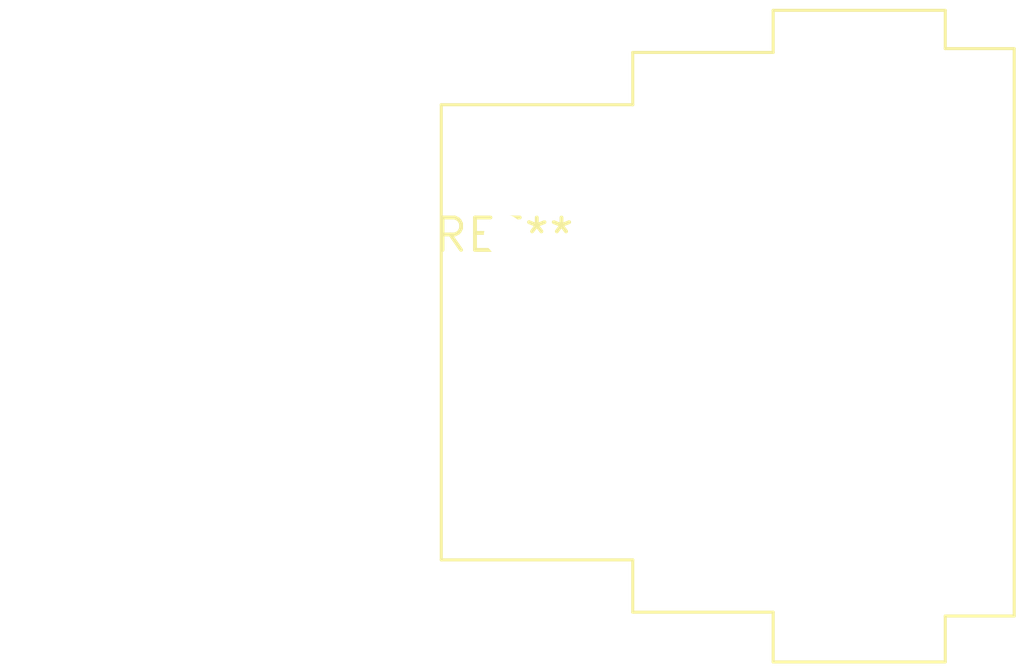
<source format=kicad_pcb>
(kicad_pcb (version 20240108) (generator pcbnew)
  (layers (0 "F.Cu" signal) (31 "B.Cu" signal) (34 "B.Paste" user) (35 "F.Paste" user) (36 "B.SilkS" user "B.Silkscreen") (37 "F.SilkS" user "F.Silkscreen") (38 "B.Mask" user) (39 "F.Mask" user) (44 "Edge.Cuts" user))
  (net 0 "")
  (footprint "Jack_XLR_Neutrik_NC5FAH-DA_Horizontal" (layer "F.Cu") (at 0 0)
    (property "Reference" "REF**")
    (property "Value" "Jack_XLR_Neutrik_NC5FAH-DA_Horizontal")
    (fp_line (start -2.47 -5.11) (end -2.47 12.73) (layer "F.SilkS") (stroke (width 0.12)))
    (fp_line (start 5.03 -5.11) (end -2.47 -5.11) (layer "F.SilkS") (stroke (width 0.12)))
    (fp_line (start 5.03 -5.11) (end 5.03 -7.16) (layer "F.SilkS") (stroke (width 0.12)))
    (fp_line (start 5.03 12.73) (end -2.47 12.73) (layer "F.SilkS") (stroke (width 0.12)))
    (fp_line (start 5.03 12.73) (end 5.03 14.78) (layer "F.SilkS") (stroke (width 0.12)))
    (fp_line (start 10.53 -7.16) (end 5.03 -7.16) (layer "F.SilkS") (stroke (width 0.12)))
    (fp_line (start 10.53 -7.16) (end 10.53 -8.81) (layer "F.SilkS") (stroke (width 0.12)))
    (fp_line (start 10.53 14.78) (end 5.03 14.78) (layer "F.SilkS") (stroke (width 0.12)))
    (fp_line (start 10.53 16.73) (end 10.53 14.78) (layer "F.SilkS") (stroke (width 0.12)))
    (fp_line (start 17.27 -8.81) (end 10.53 -8.81) (layer "F.SilkS") (stroke (width 0.12)))
    (fp_line (start 17.27 -8.81) (end 17.27 -7.31) (layer "F.SilkS") (stroke (width 0.12)))
    (fp_line (start 17.27 -7.31) (end 19.97 -7.31) (layer "F.SilkS") (stroke (width 0.12)))
    (fp_line (start 17.27 14.93) (end 17.27 16.73) (layer "F.SilkS") (stroke (width 0.12)))
    (fp_line (start 17.27 14.93) (end 19.97 14.93) (layer "F.SilkS") (stroke (width 0.12)))
    (fp_line (start 17.27 16.73) (end 10.53 16.73) (layer "F.SilkS") (stroke (width 0.12)))
    (fp_line (start 19.97 -7.31) (end 19.97 14.93) (layer "F.SilkS") (stroke (width 0.12)))
    (pad "" np_thru_hole circle (at 8.26 7.62) (size 1.6 1.6) (drill 1.6) (layers *.Cu *.Mask))
    (pad "" np_thru_hole circle (at 13.34 0) (size 1.6 1.6) (drill 1.6) (layers *.Cu *.Mask))
    (pad "1" thru_hole circle (at 0 0) (size 3.4 3.4) (drill 1.6) (layers *.Cu *.Mask) (remove_unused_layers))
    (pad "2" thru_hole circle (at 3.815 3.81) (size 2.9 2.9) (drill 1.2) (layers *.Cu *.Mask) (remove_unused_layers))
    (pad "3" thru_hole circle (at 0 3.81) (size 2.9 2.9) (drill 1.2) (layers *.Cu *.Mask) (remove_unused_layers))
    (pad "4" thru_hole circle (at 3.815 10.79) (size 2.9 2.9) (drill 1.2) (layers *.Cu *.Mask) (remove_unused_layers))
    (pad "5" thru_hole circle (at 0 7.62) (size 3.4 3.4) (drill 1.6) (layers *.Cu *.Mask) (remove_unused_layers))
    (pad "G" thru_hole circle (at 10.17 -4.44) (size 2.9 2.9) (drill 1.2) (layers *.Cu *.Mask) (remove_unused_layers))
  )
)
</source>
